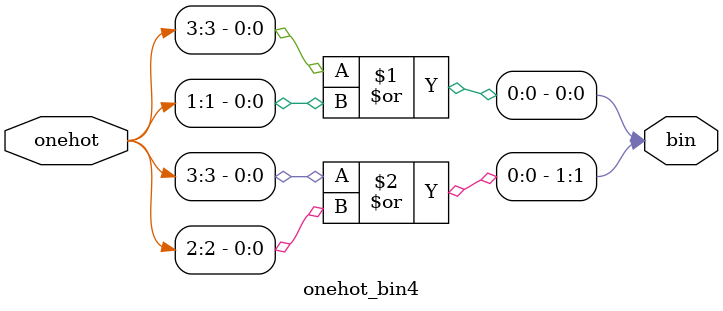
<source format=sv>
module onehot_bin4 (
    input  logic [3:0] onehot,
    output logic [1:0] bin
);
  assign bin = {onehot[3] | onehot[2], onehot[3] | onehot[1]};
endmodule

</source>
